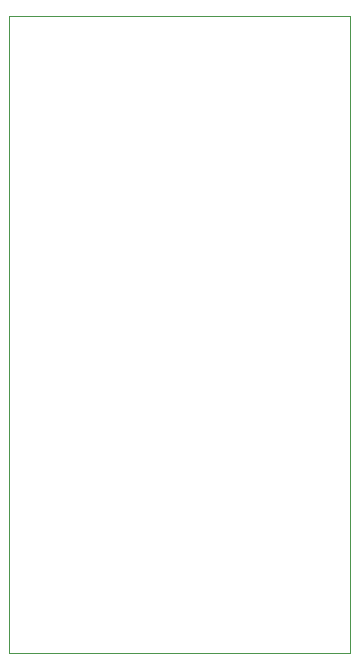
<source format=gbr>
G04 #@! TF.GenerationSoftware,KiCad,Pcbnew,(5.99.0-1452-gb67f18b39)*
G04 #@! TF.CreationDate,2020-04-28T12:12:10+03:00*
G04 #@! TF.ProjectId,agudo,61677564-6f2e-46b6-9963-61645f706362,rev?*
G04 #@! TF.SameCoordinates,Original*
G04 #@! TF.FileFunction,Profile,NP*
%FSLAX46Y46*%
G04 Gerber Fmt 4.6, Leading zero omitted, Abs format (unit mm)*
G04 Created by KiCad (PCBNEW (5.99.0-1452-gb67f18b39)) date 2020-04-28 12:12:10*
%MOMM*%
%LPD*%
G01*
G04 APERTURE LIST*
G04 #@! TA.AperFunction,Profile*
%ADD10C,0.100000*%
G04 #@! TD*
G04 APERTURE END LIST*
D10*
X116840000Y-132715000D02*
X88011000Y-132715000D01*
X88011000Y-132715000D02*
X88011000Y-78740000D01*
X88011000Y-78740000D02*
X116840000Y-78740000D01*
X116840000Y-78740000D02*
X116840000Y-132715000D01*
M02*

</source>
